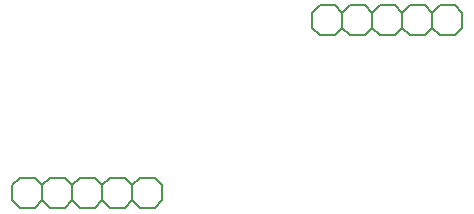
<source format=gbo>
G75*
G70*
%OFA0B0*%
%FSLAX24Y24*%
%IPPOS*%
%LPD*%
%AMOC8*
5,1,8,0,0,1.08239X$1,22.5*
%
%ADD10C,0.0060*%
D10*
X005081Y040392D02*
X004831Y040642D01*
X004831Y041142D01*
X005081Y041392D01*
X005581Y041392D01*
X005831Y041142D01*
X006081Y041392D01*
X006581Y041392D01*
X006831Y041142D01*
X006831Y040642D01*
X006581Y040392D01*
X006081Y040392D01*
X005831Y040642D01*
X005831Y041142D01*
X005831Y040642D02*
X005581Y040392D01*
X005081Y040392D01*
X006831Y040642D02*
X007081Y040392D01*
X007581Y040392D01*
X007831Y040642D01*
X008081Y040392D01*
X008581Y040392D01*
X008831Y040642D01*
X009081Y040392D01*
X009581Y040392D01*
X009831Y040642D01*
X009831Y041142D01*
X009581Y041392D01*
X009081Y041392D01*
X008831Y041142D01*
X008581Y041392D01*
X008081Y041392D01*
X007831Y041142D01*
X007581Y041392D01*
X007081Y041392D01*
X006831Y041142D01*
X007831Y041142D02*
X007831Y040642D01*
X008831Y040642D02*
X008831Y041142D01*
X014831Y046392D02*
X015081Y046142D01*
X015581Y046142D01*
X015831Y046392D01*
X016081Y046142D01*
X016581Y046142D01*
X016831Y046392D01*
X017081Y046142D01*
X017581Y046142D01*
X017831Y046392D01*
X018081Y046142D01*
X018581Y046142D01*
X018831Y046392D01*
X019081Y046142D01*
X019581Y046142D01*
X019831Y046392D01*
X019831Y046892D01*
X019581Y047142D01*
X019081Y047142D01*
X018831Y046892D01*
X018581Y047142D01*
X018081Y047142D01*
X017831Y046892D01*
X017831Y046392D01*
X017831Y046892D02*
X017581Y047142D01*
X017081Y047142D01*
X016831Y046892D01*
X016581Y047142D01*
X016081Y047142D01*
X015831Y046892D01*
X015581Y047142D01*
X015081Y047142D01*
X014831Y046892D01*
X014831Y046392D01*
X015831Y046392D02*
X015831Y046892D01*
X016831Y046892D02*
X016831Y046392D01*
X018831Y046392D02*
X018831Y046892D01*
M02*

</source>
